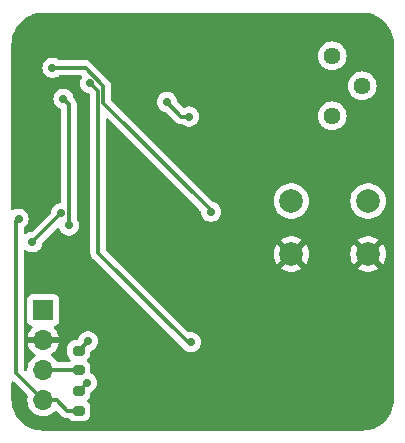
<source format=gbl>
%TF.GenerationSoftware,KiCad,Pcbnew,8.0.7*%
%TF.CreationDate,2025-01-18T18:37:27+05:30*%
%TF.ProjectId,AOS16 Timer,414f5331-3620-4546-996d-65722e6b6963,rev?*%
%TF.SameCoordinates,Original*%
%TF.FileFunction,Copper,L2,Bot*%
%TF.FilePolarity,Positive*%
%FSLAX46Y46*%
G04 Gerber Fmt 4.6, Leading zero omitted, Abs format (unit mm)*
G04 Created by KiCad (PCBNEW 8.0.7) date 2025-01-18 18:37:27*
%MOMM*%
%LPD*%
G01*
G04 APERTURE LIST*
G04 Aperture macros list*
%AMRoundRect*
0 Rectangle with rounded corners*
0 $1 Rounding radius*
0 $2 $3 $4 $5 $6 $7 $8 $9 X,Y pos of 4 corners*
0 Add a 4 corners polygon primitive as box body*
4,1,4,$2,$3,$4,$5,$6,$7,$8,$9,$2,$3,0*
0 Add four circle primitives for the rounded corners*
1,1,$1+$1,$2,$3*
1,1,$1+$1,$4,$5*
1,1,$1+$1,$6,$7*
1,1,$1+$1,$8,$9*
0 Add four rect primitives between the rounded corners*
20,1,$1+$1,$2,$3,$4,$5,0*
20,1,$1+$1,$4,$5,$6,$7,0*
20,1,$1+$1,$6,$7,$8,$9,0*
20,1,$1+$1,$8,$9,$2,$3,0*%
G04 Aperture macros list end*
%TA.AperFunction,ComponentPad*%
%ADD10C,1.440000*%
%TD*%
%TA.AperFunction,ComponentPad*%
%ADD11R,1.700000X1.700000*%
%TD*%
%TA.AperFunction,ComponentPad*%
%ADD12O,1.700000X1.700000*%
%TD*%
%TA.AperFunction,ComponentPad*%
%ADD13C,2.000000*%
%TD*%
%TA.AperFunction,SMDPad,CuDef*%
%ADD14RoundRect,0.200000X-0.275000X0.200000X-0.275000X-0.200000X0.275000X-0.200000X0.275000X0.200000X0*%
%TD*%
%TA.AperFunction,ViaPad*%
%ADD15C,0.700000*%
%TD*%
%TA.AperFunction,Conductor*%
%ADD16C,0.300000*%
%TD*%
G04 APERTURE END LIST*
D10*
%TO.P,RV1,1,1*%
%TO.N,Net-(U1-THR)*%
X97960000Y-66040000D03*
%TO.P,RV1,2,2*%
%TO.N,Net-(R2-Pad2)*%
X100500000Y-63500000D03*
%TO.P,RV1,3,3*%
%TO.N,unconnected-(RV1-Pad3)*%
X97960000Y-60960000D03*
%TD*%
D11*
%TO.P,J1,1,Pin_1*%
%TO.N,VCC*%
X73500000Y-82500000D03*
D12*
%TO.P,J1,2,Pin_2*%
%TO.N,GND*%
X73500000Y-85040000D03*
%TO.P,J1,3,Pin_3*%
%TO.N,Net-(J1-Pin_3)*%
X73500000Y-87580000D03*
%TO.P,J1,4,Pin_4*%
%TO.N,Net-(J1-Pin_4)*%
X73500000Y-90120000D03*
%TD*%
D13*
%TO.P,SW1,1,1*%
%TO.N,GND*%
X101000000Y-77750000D03*
X94500000Y-77750000D03*
%TO.P,SW1,2,2*%
%TO.N,Net-(U2-TR)*%
X101000000Y-73250000D03*
X94500000Y-73250000D03*
%TD*%
D14*
%TO.P,R7,1*%
%TO.N,Net-(D1-A)*%
X76500000Y-89350000D03*
%TO.P,R7,2*%
%TO.N,Net-(J1-Pin_4)*%
X76500000Y-91000000D03*
%TD*%
%TO.P,R8,1*%
%TO.N,Net-(D2-A)*%
X76500000Y-85912500D03*
%TO.P,R8,2*%
%TO.N,Net-(J1-Pin_3)*%
X76500000Y-87562500D03*
%TD*%
D15*
%TO.N,Net-(U1-THR)*%
X85850000Y-66100000D03*
%TO.N,GND*%
X88506650Y-78181650D03*
X81225000Y-85055000D03*
X83322500Y-62797500D03*
%TO.N,Net-(J1-Pin_3)*%
X72575000Y-76725000D03*
X75025000Y-74284400D03*
%TO.N,Net-(U3-Q)*%
X86000000Y-85225000D03*
X77475000Y-63300000D03*
%TO.N,Net-(D2-A)*%
X77275000Y-85137500D03*
%TO.N,Net-(D1-A)*%
X77200000Y-88625000D03*
%TO.N,Net-(J1-Pin_4)*%
X71400000Y-74750000D03*
%TO.N,Net-(U4-Pad11)*%
X75200000Y-64600000D03*
X75677400Y-75325000D03*
%TO.N,Net-(U2-Q)*%
X74275000Y-61975000D03*
X87693900Y-74174500D03*
%TO.N,Net-(U1-THR)*%
X83950000Y-64865000D03*
%TO.N,GND*%
X76169700Y-60131600D03*
X76900000Y-69800000D03*
X101427500Y-85245800D03*
X86850000Y-88725000D03*
X80650000Y-78475000D03*
X84250000Y-68291300D03*
X82088300Y-71261600D03*
X78000000Y-91972000D03*
X79009000Y-88500000D03*
%TD*%
D16*
%TO.N,Net-(U4-Pad11)*%
X75677400Y-65077400D02*
X75200000Y-64600000D01*
X75677400Y-75325000D02*
X75677400Y-65077400D01*
%TO.N,Net-(U2-Q)*%
X78579800Y-64929800D02*
X87693900Y-74043900D01*
X77072633Y-61975000D02*
X78579800Y-63482167D01*
X78579800Y-63482167D02*
X78579800Y-64929800D01*
X74275000Y-61975000D02*
X77072633Y-61975000D01*
X87693900Y-74043900D02*
X87693900Y-74174500D01*
%TO.N,Net-(J1-Pin_4)*%
X71200000Y-74950000D02*
X71200000Y-87820000D01*
X71400000Y-74750000D02*
X71200000Y-74950000D01*
X71200000Y-87820000D02*
X73500000Y-90120000D01*
%TO.N,Net-(U3-Q)*%
X78127400Y-77627400D02*
X85725000Y-85225000D01*
X78127400Y-63952400D02*
X78127400Y-77627400D01*
X85725000Y-85225000D02*
X86000000Y-85225000D01*
X77475000Y-63300000D02*
X78127400Y-63952400D01*
%TO.N,Net-(D2-A)*%
X77275000Y-85137500D02*
X76500000Y-85912500D01*
%TO.N,Net-(D1-A)*%
X77200000Y-88625000D02*
X77200000Y-88650000D01*
X77200000Y-88650000D02*
X76500000Y-89350000D01*
%TO.N,Net-(U1-THR)*%
X85185000Y-66100000D02*
X83950000Y-64865000D01*
X85850000Y-66100000D02*
X85185000Y-66100000D01*
%TO.N,Net-(J1-Pin_3)*%
X75015600Y-74284400D02*
X72575000Y-76725000D01*
X75025000Y-74284400D02*
X75015600Y-74284400D01*
%TO.N,Net-(J1-Pin_4)*%
X75531700Y-91000000D02*
X74651700Y-90120000D01*
X76500000Y-91000000D02*
X75531700Y-91000000D01*
X74075900Y-90120000D02*
X74651700Y-90120000D01*
X74075900Y-90120000D02*
X73500000Y-90120000D01*
%TO.N,Net-(J1-Pin_3)*%
X74669200Y-87562500D02*
X74651700Y-87580000D01*
X76500000Y-87562500D02*
X74669200Y-87562500D01*
X73500000Y-87580000D02*
X74651700Y-87580000D01*
%TD*%
%TA.AperFunction,Conductor*%
%TO.N,GND*%
G36*
X100503472Y-57300695D02*
G01*
X100795306Y-57317084D01*
X100809103Y-57318638D01*
X101093827Y-57367015D01*
X101107384Y-57370109D01*
X101384899Y-57450060D01*
X101398025Y-57454653D01*
X101664841Y-57565172D01*
X101677355Y-57571198D01*
X101843444Y-57662992D01*
X101930125Y-57710899D01*
X101941899Y-57718297D01*
X102177430Y-57885415D01*
X102188302Y-57894085D01*
X102403642Y-58086524D01*
X102413475Y-58096357D01*
X102605914Y-58311697D01*
X102614584Y-58322569D01*
X102781702Y-58558100D01*
X102789100Y-58569874D01*
X102928797Y-58822637D01*
X102934830Y-58835165D01*
X103045346Y-59101975D01*
X103049939Y-59115100D01*
X103129890Y-59392615D01*
X103132984Y-59406172D01*
X103181359Y-59690885D01*
X103182916Y-59704703D01*
X103199305Y-59996527D01*
X103199500Y-60003480D01*
X103199500Y-89996519D01*
X103199305Y-90003472D01*
X103182916Y-90295296D01*
X103181359Y-90309114D01*
X103132984Y-90593827D01*
X103129890Y-90607384D01*
X103049939Y-90884899D01*
X103045346Y-90898024D01*
X102934830Y-91164834D01*
X102928797Y-91177362D01*
X102789100Y-91430125D01*
X102781702Y-91441899D01*
X102614584Y-91677430D01*
X102605914Y-91688302D01*
X102413475Y-91903642D01*
X102403642Y-91913475D01*
X102188302Y-92105914D01*
X102177430Y-92114584D01*
X101941899Y-92281702D01*
X101930125Y-92289100D01*
X101677362Y-92428797D01*
X101664834Y-92434830D01*
X101398024Y-92545346D01*
X101384899Y-92549939D01*
X101107384Y-92629890D01*
X101093827Y-92632984D01*
X100809114Y-92681359D01*
X100795296Y-92682916D01*
X100503472Y-92699305D01*
X100496519Y-92699500D01*
X73503481Y-92699500D01*
X73496528Y-92699305D01*
X73204703Y-92682916D01*
X73190885Y-92681359D01*
X72906172Y-92632984D01*
X72892615Y-92629890D01*
X72615100Y-92549939D01*
X72601975Y-92545346D01*
X72335165Y-92434830D01*
X72322637Y-92428797D01*
X72069874Y-92289100D01*
X72058100Y-92281702D01*
X71822569Y-92114584D01*
X71811697Y-92105914D01*
X71596357Y-91913475D01*
X71586524Y-91903642D01*
X71577984Y-91894086D01*
X71394085Y-91688302D01*
X71385415Y-91677430D01*
X71380274Y-91670185D01*
X71263262Y-91505272D01*
X71218297Y-91441899D01*
X71210899Y-91430125D01*
X71115004Y-91256616D01*
X71071198Y-91177355D01*
X71065172Y-91164841D01*
X70954653Y-90898024D01*
X70950060Y-90884899D01*
X70870109Y-90607384D01*
X70867015Y-90593827D01*
X70852839Y-90510393D01*
X70818638Y-90309103D01*
X70817084Y-90295306D01*
X70800695Y-90003472D01*
X70800500Y-89996519D01*
X70800500Y-88639807D01*
X70820185Y-88572768D01*
X70872989Y-88527013D01*
X70942147Y-88517069D01*
X71005703Y-88546094D01*
X71012178Y-88552123D01*
X71587717Y-89127663D01*
X72152290Y-89692236D01*
X72185775Y-89753559D01*
X72184384Y-89812008D01*
X72164937Y-89884589D01*
X72164937Y-89884590D01*
X72144341Y-90119999D01*
X72144341Y-90120000D01*
X72164936Y-90355403D01*
X72164938Y-90355413D01*
X72226094Y-90583655D01*
X72226096Y-90583659D01*
X72226097Y-90583663D01*
X72267666Y-90672807D01*
X72325965Y-90797830D01*
X72325967Y-90797834D01*
X72434281Y-90952521D01*
X72461505Y-90991401D01*
X72628599Y-91158495D01*
X72655544Y-91177362D01*
X72822165Y-91294032D01*
X72822167Y-91294033D01*
X72822170Y-91294035D01*
X73036337Y-91393903D01*
X73264592Y-91455063D01*
X73452918Y-91471539D01*
X73499999Y-91475659D01*
X73500000Y-91475659D01*
X73500001Y-91475659D01*
X73539234Y-91472226D01*
X73735408Y-91455063D01*
X73963663Y-91393903D01*
X74177830Y-91294035D01*
X74371401Y-91158495D01*
X74483144Y-91046752D01*
X74544467Y-91013267D01*
X74614159Y-91018251D01*
X74658506Y-91046752D01*
X75117025Y-91505272D01*
X75117026Y-91505273D01*
X75117029Y-91505275D01*
X75117031Y-91505277D01*
X75223573Y-91576465D01*
X75341956Y-91625501D01*
X75341960Y-91625501D01*
X75341961Y-91625502D01*
X75467628Y-91650500D01*
X75467631Y-91650500D01*
X75633481Y-91650500D01*
X75700520Y-91670185D01*
X75721157Y-91686814D01*
X75789815Y-91755472D01*
X75935394Y-91843478D01*
X76097804Y-91894086D01*
X76168384Y-91900500D01*
X76168387Y-91900500D01*
X76831613Y-91900500D01*
X76831616Y-91900500D01*
X76902196Y-91894086D01*
X77064606Y-91843478D01*
X77210185Y-91755472D01*
X77330472Y-91635185D01*
X77418478Y-91489606D01*
X77469086Y-91327196D01*
X77475500Y-91256616D01*
X77475500Y-90743384D01*
X77469086Y-90672804D01*
X77418478Y-90510394D01*
X77330472Y-90364815D01*
X77330470Y-90364813D01*
X77330469Y-90364811D01*
X77228339Y-90262681D01*
X77194854Y-90201358D01*
X77199838Y-90131666D01*
X77228339Y-90087319D01*
X77330468Y-89985189D01*
X77330469Y-89985188D01*
X77330472Y-89985185D01*
X77418478Y-89839606D01*
X77469086Y-89677196D01*
X77475500Y-89606616D01*
X77475500Y-89513854D01*
X77495185Y-89446815D01*
X77547989Y-89401060D01*
X77549066Y-89400574D01*
X77627589Y-89365614D01*
X77627589Y-89365613D01*
X77627593Y-89365612D01*
X77772230Y-89260526D01*
X77891859Y-89127665D01*
X77981250Y-88972835D01*
X78036497Y-88802803D01*
X78055185Y-88625000D01*
X78036497Y-88447197D01*
X77994509Y-88317972D01*
X77981252Y-88277170D01*
X77981249Y-88277164D01*
X77965173Y-88249319D01*
X77891859Y-88122335D01*
X77845003Y-88070296D01*
X77772235Y-87989478D01*
X77772232Y-87989476D01*
X77772231Y-87989475D01*
X77772230Y-87989474D01*
X77627593Y-87884388D01*
X77627592Y-87884387D01*
X77549064Y-87849424D01*
X77495827Y-87804174D01*
X77475506Y-87737325D01*
X77475500Y-87736145D01*
X77475500Y-87305886D01*
X77469086Y-87235307D01*
X77469086Y-87235304D01*
X77418478Y-87072894D01*
X77330472Y-86927315D01*
X77330470Y-86927313D01*
X77330469Y-86927311D01*
X77228339Y-86825181D01*
X77194854Y-86763858D01*
X77199838Y-86694166D01*
X77228339Y-86649819D01*
X77330468Y-86547689D01*
X77330469Y-86547688D01*
X77330472Y-86547685D01*
X77418478Y-86402106D01*
X77469086Y-86239696D01*
X77475500Y-86169116D01*
X77475500Y-86059746D01*
X77495185Y-85992707D01*
X77547989Y-85946952D01*
X77548960Y-85946513D01*
X77702593Y-85878112D01*
X77847230Y-85773026D01*
X77966859Y-85640165D01*
X78056250Y-85485335D01*
X78111497Y-85315303D01*
X78130185Y-85137500D01*
X78111497Y-84959697D01*
X78056250Y-84789665D01*
X77966859Y-84634835D01*
X77920003Y-84582796D01*
X77847235Y-84501978D01*
X77847232Y-84501976D01*
X77847231Y-84501975D01*
X77847230Y-84501974D01*
X77702593Y-84396888D01*
X77539267Y-84324171D01*
X77539265Y-84324170D01*
X77411594Y-84297033D01*
X77364391Y-84287000D01*
X77185609Y-84287000D01*
X77154954Y-84293515D01*
X77010733Y-84324170D01*
X77010728Y-84324172D01*
X76847408Y-84396887D01*
X76702768Y-84501975D01*
X76583140Y-84634836D01*
X76493750Y-84789664D01*
X76493747Y-84789671D01*
X76449348Y-84926318D01*
X76409910Y-84983994D01*
X76345552Y-85011192D01*
X76331417Y-85012000D01*
X76168384Y-85012000D01*
X76149145Y-85013748D01*
X76097807Y-85018413D01*
X75935393Y-85069022D01*
X75789811Y-85157030D01*
X75669530Y-85277311D01*
X75581522Y-85422893D01*
X75530913Y-85585307D01*
X75524500Y-85655886D01*
X75524500Y-86169113D01*
X75530913Y-86239692D01*
X75530913Y-86239694D01*
X75530914Y-86239696D01*
X75551605Y-86306097D01*
X75581522Y-86402106D01*
X75669530Y-86547688D01*
X75771661Y-86649819D01*
X75805146Y-86711142D01*
X75800162Y-86780834D01*
X75771662Y-86825180D01*
X75721163Y-86875680D01*
X75659840Y-86909166D01*
X75633481Y-86912000D01*
X74745468Y-86912000D01*
X74678429Y-86892315D01*
X74643893Y-86859123D01*
X74538494Y-86708597D01*
X74371402Y-86541506D01*
X74371401Y-86541505D01*
X74185405Y-86411269D01*
X74141781Y-86356692D01*
X74134588Y-86287193D01*
X74166110Y-86224839D01*
X74185405Y-86208119D01*
X74371082Y-86078105D01*
X74538105Y-85911082D01*
X74673600Y-85717578D01*
X74773429Y-85503492D01*
X74773432Y-85503486D01*
X74830636Y-85290000D01*
X73933012Y-85290000D01*
X73965925Y-85232993D01*
X74000000Y-85105826D01*
X74000000Y-84974174D01*
X73965925Y-84847007D01*
X73933012Y-84790000D01*
X74830636Y-84790000D01*
X74830635Y-84789999D01*
X74773432Y-84576513D01*
X74773429Y-84576507D01*
X74673600Y-84362422D01*
X74673599Y-84362420D01*
X74538113Y-84168926D01*
X74538108Y-84168920D01*
X74416053Y-84046865D01*
X74382568Y-83985542D01*
X74387552Y-83915850D01*
X74429424Y-83859917D01*
X74460400Y-83843002D01*
X74592331Y-83793796D01*
X74707546Y-83707546D01*
X74793796Y-83592331D01*
X74844091Y-83457483D01*
X74850500Y-83397873D01*
X74850499Y-81602128D01*
X74844091Y-81542517D01*
X74793796Y-81407669D01*
X74793795Y-81407668D01*
X74793793Y-81407664D01*
X74707547Y-81292455D01*
X74707544Y-81292452D01*
X74592335Y-81206206D01*
X74592328Y-81206202D01*
X74457482Y-81155908D01*
X74457483Y-81155908D01*
X74397883Y-81149501D01*
X74397881Y-81149500D01*
X74397873Y-81149500D01*
X74397864Y-81149500D01*
X72602129Y-81149500D01*
X72602123Y-81149501D01*
X72542516Y-81155908D01*
X72407671Y-81206202D01*
X72407664Y-81206206D01*
X72292455Y-81292452D01*
X72292452Y-81292455D01*
X72206206Y-81407664D01*
X72206202Y-81407671D01*
X72155908Y-81542517D01*
X72149501Y-81602116D01*
X72149501Y-81602123D01*
X72149500Y-81602135D01*
X72149500Y-83397870D01*
X72149501Y-83397876D01*
X72155908Y-83457483D01*
X72206202Y-83592328D01*
X72206206Y-83592335D01*
X72292452Y-83707544D01*
X72292455Y-83707547D01*
X72407664Y-83793793D01*
X72407671Y-83793797D01*
X72407674Y-83793798D01*
X72539598Y-83843002D01*
X72595531Y-83884873D01*
X72619949Y-83950337D01*
X72605098Y-84018610D01*
X72583947Y-84046865D01*
X72461886Y-84168926D01*
X72326400Y-84362420D01*
X72326399Y-84362422D01*
X72226570Y-84576507D01*
X72226567Y-84576513D01*
X72169364Y-84789999D01*
X72169364Y-84790000D01*
X73066988Y-84790000D01*
X73034075Y-84847007D01*
X73000000Y-84974174D01*
X73000000Y-85105826D01*
X73034075Y-85232993D01*
X73066988Y-85290000D01*
X72169364Y-85290000D01*
X72226567Y-85503486D01*
X72226570Y-85503492D01*
X72326399Y-85717578D01*
X72461894Y-85911082D01*
X72628917Y-86078105D01*
X72814595Y-86208119D01*
X72858219Y-86262696D01*
X72865412Y-86332195D01*
X72833890Y-86394549D01*
X72814595Y-86411269D01*
X72628594Y-86541508D01*
X72461505Y-86708597D01*
X72325965Y-86902169D01*
X72325964Y-86902171D01*
X72226098Y-87116335D01*
X72226094Y-87116344D01*
X72164938Y-87344586D01*
X72164936Y-87344596D01*
X72146246Y-87558218D01*
X72120793Y-87623287D01*
X72064202Y-87664265D01*
X71994440Y-87668143D01*
X71935037Y-87635091D01*
X71886819Y-87586873D01*
X71853334Y-87525550D01*
X71850500Y-87499192D01*
X71850500Y-77493259D01*
X71870185Y-77426220D01*
X71922989Y-77380465D01*
X71992147Y-77370521D01*
X72047383Y-77392940D01*
X72147407Y-77465612D01*
X72310733Y-77538329D01*
X72485609Y-77575500D01*
X72485610Y-77575500D01*
X72664389Y-77575500D01*
X72664391Y-77575500D01*
X72839267Y-77538329D01*
X73002593Y-77465612D01*
X73147230Y-77360526D01*
X73266859Y-77227665D01*
X73356250Y-77072835D01*
X73411497Y-76902803D01*
X73417988Y-76841036D01*
X73444571Y-76776423D01*
X73453619Y-76766325D01*
X74667471Y-75552473D01*
X74728792Y-75518990D01*
X74798484Y-75523974D01*
X74854417Y-75565846D01*
X74873081Y-75601837D01*
X74896148Y-75672831D01*
X74896150Y-75672835D01*
X74985541Y-75827665D01*
X75027212Y-75873946D01*
X75105164Y-75960521D01*
X75105167Y-75960523D01*
X75105170Y-75960526D01*
X75249807Y-76065612D01*
X75413133Y-76138329D01*
X75588009Y-76175500D01*
X75588010Y-76175500D01*
X75766789Y-76175500D01*
X75766791Y-76175500D01*
X75941667Y-76138329D01*
X76104993Y-76065612D01*
X76249630Y-75960526D01*
X76369259Y-75827665D01*
X76458650Y-75672835D01*
X76513897Y-75502803D01*
X76532585Y-75325000D01*
X76513897Y-75147197D01*
X76458650Y-74977165D01*
X76369259Y-74822335D01*
X76359749Y-74811773D01*
X76329520Y-74748782D01*
X76327900Y-74728802D01*
X76327900Y-65013328D01*
X76302902Y-64887660D01*
X76302900Y-64887654D01*
X76282589Y-64838621D01*
X76282587Y-64838616D01*
X76253868Y-64769278D01*
X76253862Y-64769268D01*
X76182678Y-64662732D01*
X76182677Y-64662731D01*
X76155296Y-64635350D01*
X76078626Y-64558680D01*
X76045143Y-64497360D01*
X76042988Y-64483961D01*
X76036497Y-64422198D01*
X76017046Y-64362335D01*
X75992737Y-64287519D01*
X75981252Y-64252170D01*
X75981249Y-64252164D01*
X75978181Y-64246850D01*
X75891859Y-64097335D01*
X75817274Y-64014500D01*
X75772235Y-63964478D01*
X75772232Y-63964476D01*
X75772231Y-63964475D01*
X75772230Y-63964474D01*
X75627593Y-63859388D01*
X75464267Y-63786671D01*
X75464265Y-63786670D01*
X75336594Y-63759533D01*
X75289391Y-63749500D01*
X75110609Y-63749500D01*
X75079954Y-63756015D01*
X74935733Y-63786670D01*
X74935728Y-63786672D01*
X74772408Y-63859387D01*
X74627768Y-63964475D01*
X74508140Y-64097336D01*
X74418750Y-64252164D01*
X74418747Y-64252170D01*
X74363504Y-64422192D01*
X74363503Y-64422194D01*
X74344815Y-64600000D01*
X74363503Y-64777805D01*
X74363504Y-64777807D01*
X74418747Y-64947829D01*
X74418750Y-64947835D01*
X74508141Y-65102665D01*
X74549812Y-65148946D01*
X74627764Y-65235521D01*
X74627767Y-65235523D01*
X74627770Y-65235526D01*
X74772407Y-65340612D01*
X74935733Y-65413329D01*
X74935748Y-65413332D01*
X74941207Y-65415106D01*
X74998886Y-65454539D01*
X75026090Y-65518895D01*
X75026900Y-65533041D01*
X75026900Y-73314082D01*
X75007215Y-73381121D01*
X74954411Y-73426876D01*
X74928681Y-73435372D01*
X74760733Y-73471070D01*
X74760728Y-73471072D01*
X74597408Y-73543787D01*
X74452768Y-73648875D01*
X74333140Y-73781736D01*
X74243750Y-73936564D01*
X74243747Y-73936570D01*
X74188504Y-74106592D01*
X74188504Y-74106593D01*
X74188503Y-74106597D01*
X74184492Y-74144760D01*
X74183115Y-74157860D01*
X74156529Y-74222474D01*
X74147475Y-74232577D01*
X72536909Y-75843144D01*
X72475586Y-75876629D01*
X72475009Y-75876753D01*
X72310733Y-75911670D01*
X72310728Y-75911672D01*
X72147408Y-75984388D01*
X72147403Y-75984390D01*
X72047385Y-76057058D01*
X71981579Y-76080538D01*
X71913525Y-76064712D01*
X71864830Y-76014606D01*
X71850500Y-75956740D01*
X71850500Y-75537148D01*
X71870185Y-75470109D01*
X71901609Y-75436834D01*
X71972230Y-75385526D01*
X72091859Y-75252665D01*
X72181250Y-75097835D01*
X72236497Y-74927803D01*
X72255185Y-74750000D01*
X72236497Y-74572197D01*
X72181250Y-74402165D01*
X72091859Y-74247335D01*
X72045003Y-74195296D01*
X71972235Y-74114478D01*
X71972232Y-74114476D01*
X71972231Y-74114475D01*
X71972230Y-74114474D01*
X71827593Y-74009388D01*
X71664267Y-73936671D01*
X71664265Y-73936670D01*
X71536594Y-73909533D01*
X71489391Y-73899500D01*
X71310609Y-73899500D01*
X71279954Y-73906015D01*
X71135733Y-73936670D01*
X70974935Y-74008263D01*
X70905685Y-74017547D01*
X70842409Y-73987919D01*
X70805196Y-73928784D01*
X70800500Y-73894983D01*
X70800500Y-61975000D01*
X73419815Y-61975000D01*
X73438503Y-62152805D01*
X73438504Y-62152807D01*
X73493747Y-62322829D01*
X73493750Y-62322835D01*
X73583141Y-62477665D01*
X73624812Y-62523946D01*
X73702764Y-62610521D01*
X73702767Y-62610523D01*
X73702770Y-62610526D01*
X73847407Y-62715612D01*
X74010733Y-62788329D01*
X74185609Y-62825500D01*
X74185610Y-62825500D01*
X74364389Y-62825500D01*
X74364391Y-62825500D01*
X74539267Y-62788329D01*
X74702593Y-62715612D01*
X74794025Y-62649182D01*
X74859831Y-62625702D01*
X74866911Y-62625500D01*
X76667576Y-62625500D01*
X76734615Y-62645185D01*
X76780370Y-62697989D01*
X76790314Y-62767147D01*
X76774963Y-62811500D01*
X76693750Y-62952164D01*
X76693747Y-62952170D01*
X76638504Y-63122192D01*
X76638503Y-63122194D01*
X76619815Y-63300000D01*
X76638503Y-63477805D01*
X76638504Y-63477807D01*
X76693747Y-63647829D01*
X76693750Y-63647835D01*
X76783141Y-63802665D01*
X76824812Y-63848946D01*
X76902764Y-63935521D01*
X76902767Y-63935523D01*
X76902770Y-63935526D01*
X77047407Y-64040612D01*
X77210733Y-64113329D01*
X77210735Y-64113329D01*
X77210736Y-64113330D01*
X77262766Y-64124389D01*
X77375010Y-64148247D01*
X77436490Y-64181438D01*
X77436909Y-64181855D01*
X77440581Y-64185527D01*
X77474066Y-64246850D01*
X77476900Y-64273208D01*
X77476900Y-77691469D01*
X77476900Y-77691471D01*
X77476899Y-77691471D01*
X77501897Y-77817138D01*
X77501899Y-77817144D01*
X77550935Y-77935527D01*
X77622123Y-78042069D01*
X77622126Y-78042073D01*
X77622127Y-78042074D01*
X85309658Y-85729604D01*
X85314127Y-85734313D01*
X85427764Y-85860521D01*
X85427767Y-85860523D01*
X85427770Y-85860526D01*
X85572407Y-85965612D01*
X85735733Y-86038329D01*
X85910609Y-86075500D01*
X85910610Y-86075500D01*
X86089389Y-86075500D01*
X86089391Y-86075500D01*
X86264267Y-86038329D01*
X86427593Y-85965612D01*
X86572230Y-85860526D01*
X86691859Y-85727665D01*
X86781250Y-85572835D01*
X86836497Y-85402803D01*
X86855185Y-85225000D01*
X86836497Y-85047197D01*
X86781250Y-84877165D01*
X86691859Y-84722335D01*
X86617635Y-84639901D01*
X86572235Y-84589478D01*
X86572232Y-84589476D01*
X86572231Y-84589475D01*
X86572230Y-84589474D01*
X86427593Y-84484388D01*
X86264267Y-84411671D01*
X86264265Y-84411670D01*
X86119336Y-84380865D01*
X86089391Y-84374500D01*
X85910609Y-84374500D01*
X85880661Y-84380865D01*
X85810994Y-84375547D01*
X85767201Y-84347255D01*
X79169940Y-77749994D01*
X92994859Y-77749994D01*
X92994859Y-77750005D01*
X93015385Y-77997729D01*
X93015387Y-77997738D01*
X93076412Y-78238717D01*
X93176267Y-78466367D01*
X93276562Y-78619881D01*
X93976212Y-77920233D01*
X93987482Y-77962292D01*
X94059890Y-78087708D01*
X94162292Y-78190110D01*
X94287708Y-78262518D01*
X94329766Y-78273787D01*
X93629943Y-78973609D01*
X93676768Y-79010055D01*
X93676771Y-79010057D01*
X93895385Y-79128364D01*
X93895396Y-79128369D01*
X94130506Y-79209083D01*
X94375707Y-79250000D01*
X94624293Y-79250000D01*
X94869493Y-79209083D01*
X95104603Y-79128369D01*
X95104614Y-79128364D01*
X95323230Y-79010056D01*
X95323236Y-79010051D01*
X95370055Y-78973610D01*
X95370056Y-78973609D01*
X94670233Y-78273787D01*
X94712292Y-78262518D01*
X94837708Y-78190110D01*
X94940110Y-78087708D01*
X95012518Y-77962292D01*
X95023787Y-77920234D01*
X95723435Y-78619882D01*
X95823733Y-78466364D01*
X95923587Y-78238717D01*
X95984612Y-77997738D01*
X95984614Y-77997729D01*
X96005141Y-77750005D01*
X96005141Y-77749994D01*
X99494859Y-77749994D01*
X99494859Y-77750005D01*
X99515385Y-77997729D01*
X99515387Y-77997738D01*
X99576412Y-78238717D01*
X99676267Y-78466367D01*
X99776562Y-78619881D01*
X100476212Y-77920233D01*
X100487482Y-77962292D01*
X100559890Y-78087708D01*
X100662292Y-78190110D01*
X100787708Y-78262518D01*
X100829766Y-78273787D01*
X100129943Y-78973609D01*
X100176768Y-79010055D01*
X100176771Y-79010057D01*
X100395385Y-79128364D01*
X100395396Y-79128369D01*
X100630506Y-79209083D01*
X100875707Y-79250000D01*
X101124293Y-79250000D01*
X101369493Y-79209083D01*
X101604603Y-79128369D01*
X101604614Y-79128364D01*
X101823230Y-79010056D01*
X101823236Y-79010051D01*
X101870055Y-78973610D01*
X101870056Y-78973609D01*
X101170233Y-78273787D01*
X101212292Y-78262518D01*
X101337708Y-78190110D01*
X101440110Y-78087708D01*
X101512518Y-77962292D01*
X101523787Y-77920234D01*
X102223435Y-78619882D01*
X102323733Y-78466364D01*
X102423587Y-78238717D01*
X102484612Y-77997738D01*
X102484614Y-77997729D01*
X102505141Y-77750005D01*
X102505141Y-77749994D01*
X102484614Y-77502270D01*
X102484612Y-77502261D01*
X102423587Y-77261282D01*
X102323732Y-77033632D01*
X102223435Y-76880116D01*
X101523787Y-77579765D01*
X101512518Y-77537708D01*
X101440110Y-77412292D01*
X101337708Y-77309890D01*
X101212292Y-77237482D01*
X101170233Y-77226212D01*
X101870055Y-76526389D01*
X101870055Y-76526388D01*
X101823236Y-76489947D01*
X101823231Y-76489944D01*
X101604614Y-76371635D01*
X101604603Y-76371630D01*
X101369493Y-76290916D01*
X101124293Y-76250000D01*
X100875707Y-76250000D01*
X100630506Y-76290916D01*
X100395396Y-76371630D01*
X100395385Y-76371635D01*
X100176770Y-76489943D01*
X100129943Y-76526389D01*
X100829766Y-77226212D01*
X100787708Y-77237482D01*
X100662292Y-77309890D01*
X100559890Y-77412292D01*
X100487482Y-77537708D01*
X100476212Y-77579766D01*
X99776563Y-76880117D01*
X99676267Y-77033633D01*
X99676265Y-77033637D01*
X99576412Y-77261282D01*
X99515387Y-77502261D01*
X99515385Y-77502270D01*
X99494859Y-77749994D01*
X96005141Y-77749994D01*
X95984614Y-77502270D01*
X95984612Y-77502261D01*
X95923587Y-77261282D01*
X95823732Y-77033632D01*
X95723435Y-76880116D01*
X95023787Y-77579765D01*
X95012518Y-77537708D01*
X94940110Y-77412292D01*
X94837708Y-77309890D01*
X94712292Y-77237482D01*
X94670233Y-77226212D01*
X95370055Y-76526389D01*
X95370055Y-76526388D01*
X95323236Y-76489947D01*
X95323231Y-76489944D01*
X95104614Y-76371635D01*
X95104603Y-76371630D01*
X94869493Y-76290916D01*
X94624293Y-76250000D01*
X94375707Y-76250000D01*
X94130506Y-76290916D01*
X93895396Y-76371630D01*
X93895385Y-76371635D01*
X93676770Y-76489943D01*
X93629943Y-76526389D01*
X94329766Y-77226212D01*
X94287708Y-77237482D01*
X94162292Y-77309890D01*
X94059890Y-77412292D01*
X93987482Y-77537708D01*
X93976212Y-77579766D01*
X93276563Y-76880117D01*
X93176267Y-77033633D01*
X93176265Y-77033637D01*
X93076412Y-77261282D01*
X93015387Y-77502261D01*
X93015385Y-77502270D01*
X92994859Y-77749994D01*
X79169940Y-77749994D01*
X78814219Y-77394273D01*
X78780734Y-77332950D01*
X78777900Y-77306592D01*
X78777900Y-66347208D01*
X78797585Y-66280169D01*
X78850389Y-66234414D01*
X78919547Y-66224470D01*
X78983103Y-66253495D01*
X78989581Y-66259527D01*
X86803154Y-74073100D01*
X86836639Y-74134423D01*
X86838482Y-74168003D01*
X86838715Y-74168003D01*
X86838715Y-74172249D01*
X86838796Y-74173725D01*
X86838715Y-74174500D01*
X86849927Y-74281181D01*
X86857403Y-74352305D01*
X86857404Y-74352307D01*
X86912647Y-74522329D01*
X86912650Y-74522335D01*
X87002041Y-74677165D01*
X87031219Y-74709570D01*
X87121664Y-74810021D01*
X87121667Y-74810023D01*
X87121670Y-74810026D01*
X87266307Y-74915112D01*
X87429633Y-74987829D01*
X87604509Y-75025000D01*
X87604510Y-75025000D01*
X87783289Y-75025000D01*
X87783291Y-75025000D01*
X87958167Y-74987829D01*
X88121493Y-74915112D01*
X88266130Y-74810026D01*
X88385759Y-74677165D01*
X88475150Y-74522335D01*
X88530397Y-74352303D01*
X88549085Y-74174500D01*
X88530397Y-73996697D01*
X88475150Y-73826665D01*
X88385759Y-73671835D01*
X88338903Y-73619796D01*
X88266135Y-73538978D01*
X88266132Y-73538976D01*
X88266131Y-73538975D01*
X88266130Y-73538974D01*
X88121493Y-73433888D01*
X87958167Y-73361171D01*
X87958163Y-73361169D01*
X87951990Y-73359164D01*
X87952498Y-73357598D01*
X87898250Y-73328303D01*
X87897842Y-73327896D01*
X87819940Y-73249994D01*
X92994357Y-73249994D01*
X92994357Y-73250005D01*
X93014890Y-73497812D01*
X93014892Y-73497824D01*
X93075936Y-73738881D01*
X93175826Y-73966606D01*
X93311833Y-74174782D01*
X93311836Y-74174785D01*
X93480256Y-74357738D01*
X93676491Y-74510474D01*
X93895190Y-74628828D01*
X94130386Y-74709571D01*
X94375665Y-74750500D01*
X94624335Y-74750500D01*
X94869614Y-74709571D01*
X95104810Y-74628828D01*
X95323509Y-74510474D01*
X95519744Y-74357738D01*
X95688164Y-74174785D01*
X95824173Y-73966607D01*
X95924063Y-73738881D01*
X95985108Y-73497821D01*
X95985109Y-73497812D01*
X96005643Y-73250005D01*
X96005643Y-73249994D01*
X99494357Y-73249994D01*
X99494357Y-73250005D01*
X99514890Y-73497812D01*
X99514892Y-73497824D01*
X99575936Y-73738881D01*
X99675826Y-73966606D01*
X99811833Y-74174782D01*
X99811836Y-74174785D01*
X99980256Y-74357738D01*
X100176491Y-74510474D01*
X100395190Y-74628828D01*
X100630386Y-74709571D01*
X100875665Y-74750500D01*
X101124335Y-74750500D01*
X101369614Y-74709571D01*
X101604810Y-74628828D01*
X101823509Y-74510474D01*
X102019744Y-74357738D01*
X102188164Y-74174785D01*
X102324173Y-73966607D01*
X102424063Y-73738881D01*
X102485108Y-73497821D01*
X102485109Y-73497812D01*
X102505643Y-73250005D01*
X102505643Y-73249994D01*
X102485109Y-73002187D01*
X102485107Y-73002175D01*
X102424063Y-72761118D01*
X102324173Y-72533393D01*
X102188166Y-72325217D01*
X102166557Y-72301744D01*
X102019744Y-72142262D01*
X101823509Y-71989526D01*
X101823507Y-71989525D01*
X101823506Y-71989524D01*
X101604811Y-71871172D01*
X101604802Y-71871169D01*
X101369616Y-71790429D01*
X101124335Y-71749500D01*
X100875665Y-71749500D01*
X100630383Y-71790429D01*
X100395197Y-71871169D01*
X100395188Y-71871172D01*
X100176493Y-71989524D01*
X99980257Y-72142261D01*
X99811833Y-72325217D01*
X99675826Y-72533393D01*
X99575936Y-72761118D01*
X99514892Y-73002175D01*
X99514890Y-73002187D01*
X99494357Y-73249994D01*
X96005643Y-73249994D01*
X95985109Y-73002187D01*
X95985107Y-73002175D01*
X95924063Y-72761118D01*
X95824173Y-72533393D01*
X95688166Y-72325217D01*
X95666557Y-72301744D01*
X95519744Y-72142262D01*
X95323509Y-71989526D01*
X95323507Y-71989525D01*
X95323506Y-71989524D01*
X95104811Y-71871172D01*
X95104802Y-71871169D01*
X94869616Y-71790429D01*
X94624335Y-71749500D01*
X94375665Y-71749500D01*
X94130383Y-71790429D01*
X93895197Y-71871169D01*
X93895188Y-71871172D01*
X93676493Y-71989524D01*
X93480257Y-72142261D01*
X93311833Y-72325217D01*
X93175826Y-72533393D01*
X93075936Y-72761118D01*
X93014892Y-73002175D01*
X93014890Y-73002187D01*
X92994357Y-73249994D01*
X87819940Y-73249994D01*
X79434946Y-64865000D01*
X83094815Y-64865000D01*
X83113503Y-65042805D01*
X83113504Y-65042807D01*
X83168747Y-65212829D01*
X83168750Y-65212835D01*
X83258141Y-65367665D01*
X83299254Y-65413325D01*
X83377764Y-65500521D01*
X83377767Y-65500523D01*
X83377770Y-65500526D01*
X83522407Y-65605612D01*
X83685733Y-65678329D01*
X83685735Y-65678329D01*
X83685736Y-65678330D01*
X83742275Y-65690347D01*
X83850010Y-65713247D01*
X83911490Y-65746438D01*
X83911909Y-65746855D01*
X84770325Y-66605272D01*
X84770332Y-66605278D01*
X84841128Y-66652582D01*
X84841129Y-66652582D01*
X84876873Y-66676465D01*
X84995256Y-66725501D01*
X84995260Y-66725501D01*
X84995261Y-66725502D01*
X85120928Y-66750500D01*
X85120931Y-66750500D01*
X85258089Y-66750500D01*
X85325128Y-66770185D01*
X85330976Y-66774182D01*
X85422407Y-66840612D01*
X85585733Y-66913329D01*
X85760609Y-66950500D01*
X85760610Y-66950500D01*
X85939389Y-66950500D01*
X85939391Y-66950500D01*
X86114267Y-66913329D01*
X86277593Y-66840612D01*
X86422230Y-66735526D01*
X86431258Y-66725500D01*
X86475408Y-66676466D01*
X86541859Y-66602665D01*
X86631250Y-66447835D01*
X86686497Y-66277803D01*
X86705185Y-66100000D01*
X86698878Y-66039998D01*
X96734838Y-66039998D01*
X96734838Y-66040001D01*
X96753450Y-66252741D01*
X96753452Y-66252752D01*
X96808721Y-66459022D01*
X96808723Y-66459026D01*
X96808724Y-66459030D01*
X96851171Y-66550058D01*
X96898977Y-66652578D01*
X97021472Y-66827521D01*
X97172478Y-66978527D01*
X97172481Y-66978529D01*
X97347419Y-67101021D01*
X97347421Y-67101022D01*
X97347420Y-67101022D01*
X97411936Y-67131106D01*
X97540970Y-67191276D01*
X97747253Y-67246549D01*
X97899215Y-67259844D01*
X97959998Y-67265162D01*
X97960000Y-67265162D01*
X97960002Y-67265162D01*
X98013186Y-67260508D01*
X98172747Y-67246549D01*
X98379030Y-67191276D01*
X98572581Y-67101021D01*
X98747519Y-66978529D01*
X98898529Y-66827519D01*
X99021021Y-66652581D01*
X99111276Y-66459030D01*
X99166549Y-66252747D01*
X99185162Y-66040000D01*
X99166549Y-65827253D01*
X99111276Y-65620970D01*
X99021021Y-65427419D01*
X98898529Y-65252481D01*
X98898527Y-65252478D01*
X98747521Y-65101472D01*
X98572578Y-64978977D01*
X98572579Y-64978977D01*
X98443547Y-64918809D01*
X98379030Y-64888724D01*
X98379026Y-64888723D01*
X98379022Y-64888721D01*
X98172752Y-64833452D01*
X98172748Y-64833451D01*
X98172747Y-64833451D01*
X98172746Y-64833450D01*
X98172741Y-64833450D01*
X97960002Y-64814838D01*
X97959998Y-64814838D01*
X97747258Y-64833450D01*
X97747247Y-64833452D01*
X97540977Y-64888721D01*
X97540968Y-64888725D01*
X97347421Y-64978977D01*
X97172478Y-65101472D01*
X97021472Y-65252478D01*
X96898977Y-65427421D01*
X96808725Y-65620968D01*
X96808721Y-65620977D01*
X96753452Y-65827247D01*
X96753450Y-65827258D01*
X96734838Y-66039998D01*
X86698878Y-66039998D01*
X86686497Y-65922197D01*
X86631250Y-65752165D01*
X86541859Y-65597335D01*
X86483968Y-65533041D01*
X86422235Y-65464478D01*
X86422232Y-65464476D01*
X86422231Y-65464475D01*
X86422230Y-65464474D01*
X86277593Y-65359388D01*
X86114267Y-65286671D01*
X86114265Y-65286670D01*
X85986594Y-65259533D01*
X85939391Y-65249500D01*
X85760609Y-65249500D01*
X85713405Y-65259533D01*
X85585735Y-65286670D01*
X85585733Y-65286671D01*
X85460077Y-65342616D01*
X85390830Y-65351900D01*
X85327553Y-65322272D01*
X85321963Y-65317017D01*
X84828628Y-64823682D01*
X84795143Y-64762359D01*
X84792988Y-64748961D01*
X84788530Y-64706547D01*
X84786497Y-64687197D01*
X84731250Y-64517165D01*
X84641859Y-64362335D01*
X84574496Y-64287521D01*
X84522235Y-64229478D01*
X84522232Y-64229476D01*
X84522231Y-64229475D01*
X84522230Y-64229474D01*
X84377593Y-64124388D01*
X84214267Y-64051671D01*
X84214265Y-64051670D01*
X84086594Y-64024533D01*
X84039391Y-64014500D01*
X83860609Y-64014500D01*
X83829954Y-64021015D01*
X83685733Y-64051670D01*
X83685728Y-64051672D01*
X83522408Y-64124387D01*
X83377768Y-64229475D01*
X83258140Y-64362336D01*
X83168750Y-64517164D01*
X83168747Y-64517170D01*
X83113504Y-64687192D01*
X83113503Y-64687194D01*
X83094815Y-64865000D01*
X79434946Y-64865000D01*
X79266619Y-64696673D01*
X79233134Y-64635350D01*
X79230300Y-64608992D01*
X79230300Y-63499998D01*
X99274838Y-63499998D01*
X99274838Y-63500001D01*
X99293450Y-63712741D01*
X99293452Y-63712752D01*
X99348721Y-63919022D01*
X99348723Y-63919026D01*
X99348724Y-63919030D01*
X99369915Y-63964474D01*
X99438977Y-64112578D01*
X99438978Y-64112580D01*
X99438979Y-64112581D01*
X99447246Y-64124387D01*
X99561472Y-64287521D01*
X99712478Y-64438527D01*
X99712481Y-64438529D01*
X99887419Y-64561021D01*
X99887421Y-64561022D01*
X99887420Y-64561022D01*
X99951936Y-64591106D01*
X100080970Y-64651276D01*
X100287253Y-64706549D01*
X100439215Y-64719844D01*
X100499998Y-64725162D01*
X100500000Y-64725162D01*
X100500002Y-64725162D01*
X100553186Y-64720508D01*
X100712747Y-64706549D01*
X100919030Y-64651276D01*
X101112581Y-64561021D01*
X101287519Y-64438529D01*
X101438529Y-64287519D01*
X101561021Y-64112581D01*
X101651276Y-63919030D01*
X101706549Y-63712747D01*
X101725162Y-63500000D01*
X101706549Y-63287253D01*
X101651276Y-63080970D01*
X101561021Y-62887419D01*
X101438529Y-62712481D01*
X101438527Y-62712478D01*
X101287521Y-62561472D01*
X101112578Y-62438977D01*
X101112579Y-62438977D01*
X100983547Y-62378809D01*
X100919030Y-62348724D01*
X100919026Y-62348723D01*
X100919022Y-62348721D01*
X100712752Y-62293452D01*
X100712748Y-62293451D01*
X100712747Y-62293451D01*
X100712746Y-62293450D01*
X100712741Y-62293450D01*
X100500002Y-62274838D01*
X100499998Y-62274838D01*
X100287258Y-62293450D01*
X100287247Y-62293452D01*
X100080977Y-62348721D01*
X100080968Y-62348725D01*
X99887421Y-62438977D01*
X99712478Y-62561472D01*
X99561472Y-62712478D01*
X99438977Y-62887421D01*
X99348725Y-63080968D01*
X99348721Y-63080977D01*
X99293452Y-63287247D01*
X99293450Y-63287258D01*
X99274838Y-63499998D01*
X79230300Y-63499998D01*
X79230300Y-63418095D01*
X79205302Y-63292428D01*
X79205301Y-63292427D01*
X79205301Y-63292423D01*
X79156265Y-63174040D01*
X79085077Y-63067498D01*
X79085075Y-63067496D01*
X79085073Y-63067493D01*
X77487306Y-61469726D01*
X77487302Y-61469723D01*
X77380760Y-61398535D01*
X77333673Y-61379031D01*
X77262377Y-61349499D01*
X77262371Y-61349497D01*
X77136704Y-61324500D01*
X77136702Y-61324500D01*
X74866911Y-61324500D01*
X74799872Y-61304815D01*
X74794025Y-61300818D01*
X74702594Y-61234389D01*
X74702593Y-61234388D01*
X74539267Y-61161671D01*
X74539265Y-61161670D01*
X74411594Y-61134533D01*
X74364391Y-61124500D01*
X74185609Y-61124500D01*
X74154954Y-61131015D01*
X74010733Y-61161670D01*
X74010728Y-61161672D01*
X73847408Y-61234387D01*
X73702768Y-61339475D01*
X73583140Y-61472336D01*
X73493750Y-61627164D01*
X73493747Y-61627170D01*
X73438504Y-61797192D01*
X73438503Y-61797194D01*
X73419815Y-61975000D01*
X70800500Y-61975000D01*
X70800500Y-60959998D01*
X96734838Y-60959998D01*
X96734838Y-60960001D01*
X96753450Y-61172741D01*
X96753452Y-61172752D01*
X96808721Y-61379022D01*
X96808723Y-61379026D01*
X96808724Y-61379030D01*
X96851015Y-61469723D01*
X96898977Y-61572578D01*
X97021472Y-61747521D01*
X97172478Y-61898527D01*
X97172481Y-61898529D01*
X97347419Y-62021021D01*
X97347421Y-62021022D01*
X97347420Y-62021022D01*
X97411936Y-62051106D01*
X97540970Y-62111276D01*
X97747253Y-62166549D01*
X97899215Y-62179844D01*
X97959998Y-62185162D01*
X97960000Y-62185162D01*
X97960002Y-62185162D01*
X98013186Y-62180508D01*
X98172747Y-62166549D01*
X98379030Y-62111276D01*
X98572581Y-62021021D01*
X98747519Y-61898529D01*
X98898529Y-61747519D01*
X99021021Y-61572581D01*
X99111276Y-61379030D01*
X99166549Y-61172747D01*
X99185162Y-60960000D01*
X99166549Y-60747253D01*
X99111276Y-60540970D01*
X99021021Y-60347419D01*
X98898529Y-60172481D01*
X98898527Y-60172478D01*
X98747521Y-60021472D01*
X98572578Y-59898977D01*
X98572579Y-59898977D01*
X98443547Y-59838809D01*
X98379030Y-59808724D01*
X98379026Y-59808723D01*
X98379022Y-59808721D01*
X98172752Y-59753452D01*
X98172748Y-59753451D01*
X98172747Y-59753451D01*
X98172746Y-59753450D01*
X98172741Y-59753450D01*
X97960002Y-59734838D01*
X97959998Y-59734838D01*
X97747258Y-59753450D01*
X97747247Y-59753452D01*
X97540977Y-59808721D01*
X97540968Y-59808725D01*
X97347421Y-59898977D01*
X97172478Y-60021472D01*
X97021472Y-60172478D01*
X96898977Y-60347421D01*
X96808725Y-60540968D01*
X96808721Y-60540977D01*
X96753452Y-60747247D01*
X96753450Y-60747258D01*
X96734838Y-60959998D01*
X70800500Y-60959998D01*
X70800500Y-60003480D01*
X70800695Y-59996527D01*
X70810214Y-59827028D01*
X70817084Y-59704691D01*
X70818638Y-59690898D01*
X70867015Y-59406167D01*
X70870109Y-59392615D01*
X70941563Y-59144596D01*
X70950061Y-59115096D01*
X70954653Y-59101975D01*
X71065175Y-58835151D01*
X71071195Y-58822651D01*
X71210902Y-58569868D01*
X71218297Y-58558100D01*
X71259842Y-58499548D01*
X71385422Y-58322559D01*
X71394077Y-58311705D01*
X71586534Y-58096346D01*
X71596346Y-58086534D01*
X71811705Y-57894077D01*
X71822559Y-57885422D01*
X72058105Y-57718293D01*
X72069868Y-57710902D01*
X72322651Y-57571195D01*
X72335151Y-57565175D01*
X72601979Y-57454651D01*
X72615096Y-57450061D01*
X72892621Y-57370107D01*
X72906167Y-57367015D01*
X73190898Y-57318638D01*
X73204691Y-57317084D01*
X73496528Y-57300695D01*
X73503481Y-57300500D01*
X73547595Y-57300500D01*
X100452405Y-57300500D01*
X100496519Y-57300500D01*
X100503472Y-57300695D01*
G37*
%TD.AperFunction*%
%TD*%
M02*

</source>
